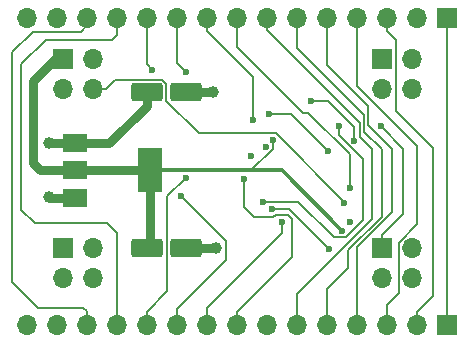
<source format=gbl>
%TF.GenerationSoftware,KiCad,Pcbnew,7.0.2-6a45011f42~172~ubuntu22.04.1*%
%TF.CreationDate,2023-05-29T16:58:52-07:00*%
%TF.ProjectId,comm_v0p5,636f6d6d-5f76-4307-9035-2e6b69636164,rev?*%
%TF.SameCoordinates,Original*%
%TF.FileFunction,Copper,L4,Bot*%
%TF.FilePolarity,Positive*%
%FSLAX46Y46*%
G04 Gerber Fmt 4.6, Leading zero omitted, Abs format (unit mm)*
G04 Created by KiCad (PCBNEW 7.0.2-6a45011f42~172~ubuntu22.04.1) date 2023-05-29 16:58:52*
%MOMM*%
%LPD*%
G01*
G04 APERTURE LIST*
G04 Aperture macros list*
%AMRoundRect*
0 Rectangle with rounded corners*
0 $1 Rounding radius*
0 $2 $3 $4 $5 $6 $7 $8 $9 X,Y pos of 4 corners*
0 Add a 4 corners polygon primitive as box body*
4,1,4,$2,$3,$4,$5,$6,$7,$8,$9,$2,$3,0*
0 Add four circle primitives for the rounded corners*
1,1,$1+$1,$2,$3*
1,1,$1+$1,$4,$5*
1,1,$1+$1,$6,$7*
1,1,$1+$1,$8,$9*
0 Add four rect primitives between the rounded corners*
20,1,$1+$1,$2,$3,$4,$5,0*
20,1,$1+$1,$4,$5,$6,$7,0*
20,1,$1+$1,$6,$7,$8,$9,0*
20,1,$1+$1,$8,$9,$2,$3,0*%
G04 Aperture macros list end*
%TA.AperFunction,ComponentPad*%
%ADD10R,1.700000X1.700000*%
%TD*%
%TA.AperFunction,ComponentPad*%
%ADD11O,1.700000X1.700000*%
%TD*%
%TA.AperFunction,SMDPad,CuDef*%
%ADD12R,2.000000X1.500000*%
%TD*%
%TA.AperFunction,SMDPad,CuDef*%
%ADD13R,2.000000X3.800000*%
%TD*%
%TA.AperFunction,SMDPad,CuDef*%
%ADD14RoundRect,0.250000X-1.075000X-0.550000X1.075000X-0.550000X1.075000X0.550000X-1.075000X0.550000X0*%
%TD*%
%TA.AperFunction,ViaPad*%
%ADD15C,0.600000*%
%TD*%
%TA.AperFunction,ViaPad*%
%ADD16C,1.000000*%
%TD*%
%TA.AperFunction,Conductor*%
%ADD17C,0.200000*%
%TD*%
%TA.AperFunction,Conductor*%
%ADD18C,0.300000*%
%TD*%
%TA.AperFunction,Conductor*%
%ADD19C,0.800000*%
%TD*%
G04 APERTURE END LIST*
D10*
%TO.P,J4,1,Pin_1*%
%TO.N,+5V*%
X55230000Y-62230000D03*
D11*
%TO.P,J4,2,Pin_2*%
%TO.N,/B1_CS0*%
X57770000Y-62230000D03*
%TO.P,J4,3,Pin_3*%
%TO.N,/B1_SCK*%
X55230000Y-64770000D03*
%TO.P,J4,4,Pin_4*%
%TO.N,/RESET_DRV0*%
X57770000Y-64770000D03*
%TD*%
D10*
%TO.P,J6,1,Pin_1*%
%TO.N,/B1_MOSI*%
X82230000Y-62230000D03*
D11*
%TO.P,J6,2,Pin_2*%
%TO.N,unconnected-(J6-Pin_2-Pad2)*%
X84770000Y-62230000D03*
%TO.P,J6,3,Pin_3*%
%TO.N,/B1_CS2*%
X82230000Y-64770000D03*
%TO.P,J6,4,Pin_4*%
%TO.N,/RESET_DRV2*%
X84770000Y-64770000D03*
%TD*%
D10*
%TO.P,J5,1,Pin_1*%
%TO.N,/B1_MISO*%
X55230000Y-78230000D03*
D11*
%TO.P,J5,2,Pin_2*%
%TO.N,/B1_CS1*%
X57770000Y-78230000D03*
%TO.P,J5,3,Pin_3*%
%TO.N,unconnected-(J5-Pin_3-Pad3)*%
X55230000Y-80770000D03*
%TO.P,J5,4,Pin_4*%
%TO.N,/RESET_DRV1*%
X57770000Y-80770000D03*
%TD*%
D10*
%TO.P,J7,1,Pin_1*%
%TO.N,/RESET_DRV3*%
X82230000Y-78230000D03*
D11*
%TO.P,J7,2,Pin_2*%
%TO.N,/B1_CS3*%
X84770000Y-78230000D03*
%TO.P,J7,3,Pin_3*%
%TO.N,GND*%
X82230000Y-80770000D03*
%TO.P,J7,4,Pin_4*%
%TO.N,unconnected-(J7-Pin_4-Pad4)*%
X84770000Y-80770000D03*
%TD*%
D10*
%TO.P,J1,1,Pin_1*%
%TO.N,/EXT_INT0*%
X87780000Y-84700000D03*
D11*
%TO.P,J1,2,Pin_2*%
%TO.N,/B0_CS7*%
X85240000Y-84700000D03*
%TO.P,J1,3,Pin_3*%
%TO.N,/B0_CS6*%
X82700000Y-84700000D03*
%TO.P,J1,4,Pin_4*%
%TO.N,/B0_CS5*%
X80160000Y-84700000D03*
%TO.P,J1,5,Pin_5*%
%TO.N,/B0_CS4*%
X77620000Y-84700000D03*
%TO.P,J1,6,Pin_6*%
%TO.N,/B0_CS3*%
X75080000Y-84700000D03*
%TO.P,J1,7,Pin_7*%
%TO.N,/B0_CS2*%
X72540000Y-84700000D03*
%TO.P,J1,8,Pin_8*%
%TO.N,/B0_CS1*%
X70000000Y-84700000D03*
%TO.P,J1,9,Pin_9*%
%TO.N,/B0_CS0*%
X67460000Y-84700000D03*
%TO.P,J1,10,Pin_10*%
%TO.N,/B0_MISO*%
X64920000Y-84700000D03*
%TO.P,J1,11,Pin_11*%
%TO.N,/B0_MOSI*%
X62380000Y-84700000D03*
%TO.P,J1,12,Pin_12*%
%TO.N,/B0_SCK*%
X59840000Y-84700000D03*
%TO.P,J1,13,Pin_13*%
%TO.N,/RESET_MSTR*%
X57300000Y-84700000D03*
%TO.P,J1,14,Pin_14*%
%TO.N,GND*%
X54760000Y-84700000D03*
%TO.P,J1,15,Pin_15*%
%TO.N,/VIN*%
X52220000Y-84700000D03*
%TD*%
D10*
%TO.P,J2,1,Pin_1*%
%TO.N,/EXT_INT0*%
X87780000Y-58750000D03*
D11*
%TO.P,J2,2,Pin_2*%
%TO.N,unconnected-(J2-Pin_2-Pad2)*%
X85240000Y-58750000D03*
%TO.P,J2,3,Pin_3*%
%TO.N,/B0_CS7*%
X82700000Y-58750000D03*
%TO.P,J2,4,Pin_4*%
%TO.N,/B0_CS6*%
X80160000Y-58750000D03*
%TO.P,J2,5,Pin_5*%
%TO.N,/B0_CS5*%
X77620000Y-58750000D03*
%TO.P,J2,6,Pin_6*%
%TO.N,/B0_CS4*%
X75080000Y-58750000D03*
%TO.P,J2,7,Pin_7*%
%TO.N,/B0_CS3*%
X72540000Y-58750000D03*
%TO.P,J2,8,Pin_8*%
%TO.N,/B0_CS2*%
X70000000Y-58750000D03*
%TO.P,J2,9,Pin_9*%
%TO.N,/B0_CS1*%
X67460000Y-58750000D03*
%TO.P,J2,10,Pin_10*%
%TO.N,/B0_MISO*%
X64920000Y-58750000D03*
%TO.P,J2,11,Pin_11*%
%TO.N,/B0_MOSI*%
X62380000Y-58750000D03*
%TO.P,J2,12,Pin_12*%
%TO.N,/B0_SCK*%
X59840000Y-58750000D03*
%TO.P,J2,13,Pin_13*%
%TO.N,/RESET_MSTR*%
X57300000Y-58750000D03*
%TO.P,J2,14,Pin_14*%
%TO.N,GND*%
X54760000Y-58750000D03*
%TO.P,J2,15,Pin_15*%
%TO.N,/VIN*%
X52220000Y-58750000D03*
%TD*%
D12*
%TO.P,U2,1,GND*%
%TO.N,GND*%
X56286000Y-73928000D03*
%TO.P,U2,2,VO*%
%TO.N,+5V*%
X56286000Y-71628000D03*
D13*
X62586000Y-71628000D03*
D12*
%TO.P,U2,3,VI*%
%TO.N,/VIN*%
X56286000Y-69328000D03*
%TD*%
D14*
%TO.P,C3,1*%
%TO.N,/VIN*%
X62333000Y-65024000D03*
%TO.P,C3,2*%
%TO.N,GND*%
X65683000Y-65024000D03*
%TD*%
%TO.P,C4,1*%
%TO.N,+5V*%
X62333000Y-78232000D03*
%TO.P,C4,2*%
%TO.N,GND*%
X65683000Y-78232000D03*
%TD*%
D15*
%TO.N,+5V*%
X78892400Y-76750400D03*
X72999600Y-69062600D03*
%TO.N,/B0_CS0*%
X73812400Y-75971400D03*
%TO.N,/B0_CS1*%
X71367200Y-67400500D03*
X70542100Y-72324500D03*
%TO.N,/B0_CS2*%
X79556400Y-73156800D03*
%TO.N,/B0_MISO*%
X65693300Y-63276500D03*
X65239300Y-73834600D03*
%TO.N,/B0_MOSI*%
X65693300Y-72250400D03*
X62821800Y-63101400D03*
%TO.N,/B1_CS2*%
X72161400Y-74269600D03*
X78613000Y-67868800D03*
%TO.N,/B1_CS3*%
X72923400Y-74904600D03*
X77791300Y-78276700D03*
%TO.N,/B1_MISO*%
X72669400Y-66852800D03*
X77722300Y-70026800D03*
%TO.N,/RESET_DRV0*%
X79047300Y-74370200D03*
%TO.N,/RESET_DRV3*%
X82143600Y-67894200D03*
%TO.N,/RESET_MSTR*%
X76252300Y-65746000D03*
X79918587Y-69122439D03*
D16*
%TO.N,GND*%
X67970400Y-65024000D03*
D15*
X72415400Y-69646800D03*
X79527400Y-76022200D03*
D16*
X54051200Y-73914000D03*
X68249800Y-78232000D03*
D15*
X71196200Y-70383400D03*
D16*
%TO.N,/VIN*%
X54051200Y-69316600D03*
%TD*%
D17*
%TO.N,+5V*%
X70358000Y-71628000D02*
X70323800Y-71628000D01*
D18*
X78884000Y-76750400D02*
X73761600Y-71628000D01*
X78892400Y-76750400D02*
X78884000Y-76750400D01*
D17*
X70323800Y-71628000D02*
X69799200Y-71628000D01*
D19*
X62586000Y-71628000D02*
X62586000Y-77979000D01*
X53289200Y-71628000D02*
X52700000Y-71038800D01*
D17*
X71212000Y-71628000D02*
X70510400Y-71628000D01*
D19*
X56286000Y-71628000D02*
X53289200Y-71628000D01*
D18*
X71212000Y-71628000D02*
X70510400Y-71628000D01*
X62586000Y-71628000D02*
X69799200Y-71628000D01*
X73761600Y-71628000D02*
X71212000Y-71628000D01*
X69799200Y-71628000D02*
X70323800Y-71628000D01*
D19*
X52700000Y-64080000D02*
X54550000Y-62230000D01*
X54550000Y-62230000D02*
X55230000Y-62230000D01*
X52700000Y-71038800D02*
X52700000Y-64080000D01*
D17*
X70358000Y-71628000D02*
X70323800Y-71628000D01*
D19*
X56286000Y-71628000D02*
X62586000Y-71628000D01*
D17*
X72999600Y-69840400D02*
X71212000Y-71628000D01*
X70510400Y-71628000D02*
X70358000Y-71628000D01*
D19*
X62586000Y-77979000D02*
X62333000Y-78232000D01*
D17*
X72999600Y-69062600D02*
X72999600Y-69840400D01*
%TO.N,/B0_CS0*%
X73812400Y-76957600D02*
X73812400Y-75971400D01*
X67460000Y-83310000D02*
X73812400Y-76957600D01*
X67460000Y-84700000D02*
X67460000Y-83310000D01*
%TO.N,/B0_CS1*%
X71450200Y-75615800D02*
X73050400Y-75615800D01*
X67460000Y-59850100D02*
X71367200Y-63757300D01*
X73050400Y-75615800D02*
X73301900Y-75364300D01*
X73301900Y-75364300D02*
X74309200Y-75364300D01*
X70542100Y-74707700D02*
X71450200Y-75615800D01*
X74661300Y-75716400D02*
X74661300Y-78938600D01*
X71367200Y-63757300D02*
X71367200Y-67400500D01*
X67460000Y-58750000D02*
X67460000Y-59850100D01*
X74309200Y-75364300D02*
X74661300Y-75716400D01*
X70542100Y-72324500D02*
X70542100Y-74707700D01*
X74661300Y-78938600D02*
X70000000Y-83599900D01*
X70000000Y-83599900D02*
X70000000Y-84700000D01*
%TO.N,/B0_CS2*%
X76039600Y-66743200D02*
X79556400Y-70260000D01*
X70000000Y-61182107D02*
X75561093Y-66743200D01*
X75561093Y-66743200D02*
X76039600Y-66743200D01*
X70000000Y-58750000D02*
X70000000Y-61182107D01*
X79556400Y-70260000D02*
X79556400Y-73156800D01*
%TO.N,/B0_CS3*%
X81407000Y-75743000D02*
X81407000Y-69857767D01*
X81407000Y-69857767D02*
X80391000Y-68841767D01*
X80391000Y-67581000D02*
X72540000Y-59730000D01*
X72540000Y-59730000D02*
X72540000Y-58750000D01*
X75080000Y-84700000D02*
X75080000Y-82070000D01*
X80391000Y-68841767D02*
X80391000Y-67581000D01*
X75080000Y-82070000D02*
X81407000Y-75743000D01*
%TO.N,/B0_CS4*%
X77620000Y-84700000D02*
X77620000Y-81710000D01*
X82240000Y-75570000D02*
X82240000Y-69850000D01*
X75080000Y-61250000D02*
X75080000Y-58750000D01*
X77620000Y-81710000D02*
X79420000Y-79910000D01*
X80741000Y-68351000D02*
X80741000Y-66911000D01*
X79420000Y-79910000D02*
X79420000Y-78390000D01*
X80741000Y-66911000D02*
X75080000Y-61250000D01*
X82240000Y-69850000D02*
X80741000Y-68351000D01*
X79420000Y-78390000D02*
X82240000Y-75570000D01*
%TO.N,/B0_CS5*%
X81110200Y-67810200D02*
X83130000Y-69830000D01*
X77620000Y-58750000D02*
X77620000Y-62690000D01*
X83130000Y-69830000D02*
X83130000Y-75174974D01*
X80160000Y-78144974D02*
X80160000Y-84700000D01*
X83130000Y-75174974D02*
X80160000Y-78144974D01*
X81110200Y-66180200D02*
X81110200Y-67810200D01*
X77620000Y-62690000D02*
X81110200Y-66180200D01*
%TO.N,/B0_CS6*%
X83670000Y-82030000D02*
X83670000Y-77774365D01*
X80160000Y-64500000D02*
X80160000Y-58750000D01*
X83670000Y-77774365D02*
X85242400Y-76201965D01*
X82700000Y-83000000D02*
X83670000Y-82030000D01*
X85242400Y-69582400D02*
X80160000Y-64500000D01*
X85242400Y-76201965D02*
X85242400Y-69582400D01*
X82700000Y-84700000D02*
X82700000Y-83000000D01*
%TO.N,/B0_CS7*%
X86588600Y-69746800D02*
X86588600Y-82251300D01*
X85240000Y-83599900D02*
X85240000Y-84700000D01*
X83477900Y-60628000D02*
X83477900Y-66636100D01*
X83477900Y-66636100D02*
X86588600Y-69746800D01*
X86588600Y-82251300D02*
X85240000Y-83599900D01*
X82700000Y-59850100D02*
X83477900Y-60628000D01*
X82700000Y-58750000D02*
X82700000Y-59850100D01*
%TO.N,/B0_MISO*%
X64920000Y-62503200D02*
X64920000Y-58750000D01*
X69052800Y-77648100D02*
X65239300Y-73834600D01*
X64920000Y-84700000D02*
X64920000Y-83355100D01*
X65693300Y-63276500D02*
X64920000Y-62503200D01*
X64920000Y-83355100D02*
X69052800Y-79222300D01*
X69052800Y-79222300D02*
X69052800Y-77648100D01*
%TO.N,/B0_MOSI*%
X62380000Y-62659600D02*
X62821800Y-63101400D01*
X62380000Y-83599900D02*
X64106900Y-81873000D01*
X64106900Y-73836800D02*
X65693300Y-72250400D01*
X62380000Y-84700000D02*
X62380000Y-83599900D01*
X62380000Y-58750000D02*
X62380000Y-62659600D01*
X64106900Y-81873000D02*
X64106900Y-73836800D01*
%TO.N,/B0_SCK*%
X59840000Y-84700000D02*
X59840000Y-76970000D01*
X59430000Y-60600000D02*
X59840000Y-60190000D01*
X53780000Y-60600000D02*
X59430000Y-60600000D01*
X58990000Y-76120000D02*
X52890000Y-76120000D01*
X51740000Y-62640000D02*
X53780000Y-60600000D01*
X59840000Y-76970000D02*
X58990000Y-76120000D01*
X51740000Y-74970000D02*
X51740000Y-62640000D01*
X52890000Y-76120000D02*
X51740000Y-74970000D01*
X59840000Y-60190000D02*
X59840000Y-58750000D01*
%TO.N,/B1_CS2*%
X78595600Y-68638800D02*
X80645000Y-70688200D01*
X78212700Y-77303800D02*
X75194700Y-74285800D01*
X72177600Y-74285800D02*
X72161400Y-74269600D01*
X80645000Y-70688200D02*
X80645000Y-75861500D01*
X80645000Y-75861500D02*
X79202700Y-77303800D01*
X79202700Y-77303800D02*
X78212700Y-77303800D01*
X78613000Y-67868800D02*
X78595600Y-67886200D01*
X78595600Y-67886200D02*
X78595600Y-68638800D01*
X75194700Y-74285800D02*
X72177600Y-74285800D01*
%TO.N,/B1_CS3*%
X74419200Y-74904600D02*
X77791300Y-78276700D01*
X72923400Y-74904600D02*
X74419200Y-74904600D01*
%TO.N,/B1_MISO*%
X74548300Y-66852800D02*
X77722300Y-70026800D01*
X72669400Y-66852800D02*
X74548300Y-66852800D01*
%TO.N,/EXT_INT0*%
X87780000Y-58750000D02*
X87780000Y-84700000D01*
%TO.N,/RESET_DRV0*%
X66793100Y-68504000D02*
X73265000Y-68504000D01*
X64007900Y-64349400D02*
X64007900Y-65718800D01*
X73265000Y-68504000D02*
X79047300Y-74286300D01*
X79047300Y-74286300D02*
X79047300Y-74370200D01*
X58870100Y-64770000D02*
X59667300Y-63972800D01*
X64007900Y-65718800D02*
X66793100Y-68504000D01*
X57770000Y-64770000D02*
X58870100Y-64770000D01*
X63631300Y-63972800D02*
X64007900Y-64349400D01*
X59667300Y-63972800D02*
X63631300Y-63972800D01*
%TO.N,/RESET_DRV3*%
X82143600Y-67894200D02*
X84048600Y-69799200D01*
X84048600Y-69799200D02*
X84048600Y-75311300D01*
X82230000Y-77129900D02*
X82230000Y-78230000D01*
X84048600Y-75311300D02*
X82230000Y-77129900D01*
%TO.N,/RESET_MSTR*%
X50970000Y-61600000D02*
X52700000Y-59870000D01*
X57300000Y-84700000D02*
X57300000Y-83570000D01*
X56970000Y-83240000D02*
X53110000Y-83240000D01*
X56790000Y-59870000D02*
X57300000Y-59360000D01*
X57300000Y-83570000D02*
X56970000Y-83240000D01*
X53110000Y-83240000D02*
X50970000Y-81100000D01*
X57300000Y-59360000D02*
X57300000Y-58750000D01*
X77658600Y-65746000D02*
X76252300Y-65746000D01*
X52700000Y-59870000D02*
X56790000Y-59870000D01*
X79908400Y-69112252D02*
X79908400Y-67995800D01*
X79908400Y-67995800D02*
X77658600Y-65746000D01*
X79918587Y-69122439D02*
X79908400Y-69112252D01*
X50970000Y-81100000D02*
X50970000Y-61600000D01*
D19*
%TO.N,GND*%
X65683000Y-65024000D02*
X67970400Y-65024000D01*
X65683000Y-78232000D02*
X68249800Y-78232000D01*
X56286000Y-73928000D02*
X54065200Y-73928000D01*
X54065200Y-73928000D02*
X54051200Y-73914000D01*
%TO.N,/VIN*%
X56286000Y-69328000D02*
X59145200Y-69328000D01*
X59145200Y-69328000D02*
X62333000Y-66140200D01*
X54062600Y-69328000D02*
X54051200Y-69316600D01*
X56286000Y-69328000D02*
X54062600Y-69328000D01*
X62333000Y-66140200D02*
X62333000Y-65024000D01*
%TD*%
M02*

</source>
